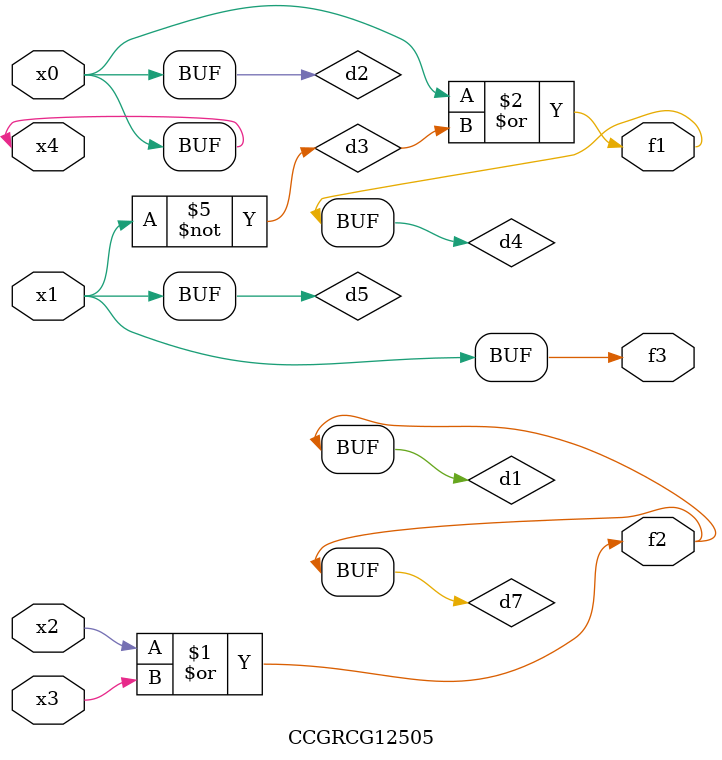
<source format=v>
module CCGRCG12505(
	input x0, x1, x2, x3, x4,
	output f1, f2, f3
);

	wire d1, d2, d3, d4, d5, d6, d7;

	or (d1, x2, x3);
	buf (d2, x0, x4);
	not (d3, x1);
	or (d4, d2, d3);
	not (d5, d3);
	nand (d6, d1, d3);
	or (d7, d1);
	assign f1 = d4;
	assign f2 = d7;
	assign f3 = d5;
endmodule

</source>
